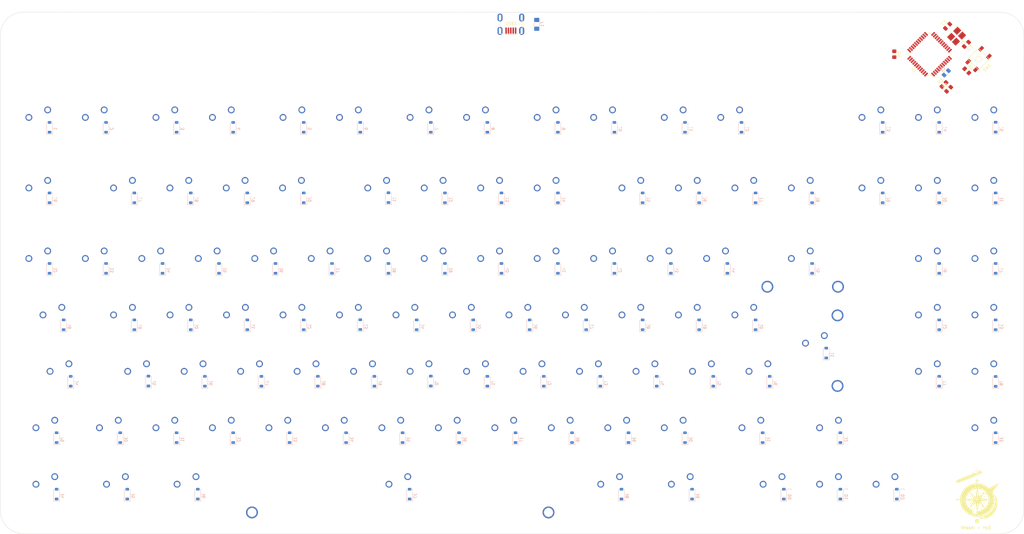
<source format=kicad_pcb>
(kicad_pcb (version 20221018) (generator pcbnew)
  (layers (0 "F.Cu" signal) (31 "B.Cu" signal) (34 "B.Paste" user) (35 "F.Paste" user) (36 "B.SilkS" user "B.Silkscreen") (37 "F.SilkS" user "F.Silkscreen") (38 "B.Mask" user) (39 "F.Mask" user) (44 "Edge.Cuts" user))
  (net 0 "")
  (net 1 "GND")
  (net 2 "Net-(D1-A)")
  (net 3 "Net-(D2-A)")
  (net 4 "Net-(D3-A)")
  (net 5 "Net-(D4-A)")
  (net 6 "Net-(D5-A)")
  (net 7 "Net-(D6-A)")
  (net 8 "Net-(D7-A)")
  (net 9 "Net-(D8-A)")
  (net 10 "Net-(D9-A)")
  (net 11 "Net-(D10-A)")
  (net 12 "Net-(D11-A)")
  (net 13 "Net-(D12-A)")
  (net 14 "Net-(D13-A)")
  (net 15 "Net-(D14-A)")
  (net 16 "Net-(D15-A)")
  (net 17 "Net-(U1-XTAL1)")
  (net 18 "Net-(D16-A)")
  (net 19 "Net-(D17-A)")
  (net 20 "Net-(D18-A)")
  (net 21 "Net-(D19-A)")
  (net 22 "Net-(D20-A)")
  (net 23 "Net-(D21-A)")
  (net 24 "Net-(D22-A)")
  (net 25 "Net-(D23-A)")
  (net 26 "Net-(D24-A)")
  (net 27 "Net-(D25-A)")
  (net 28 "Net-(D26-A)")
  (net 29 "Net-(D27-A)")
  (net 30 "Net-(D28-A)")
  (net 31 "Net-(D29-A)")
  (net 32 "Net-(D30-A)")
  (net 33 "Net-(D31-A)")
  (net 34 "Net-(U1-UCAP)")
  (net 35 "Net-(D32-A)")
  (net 36 "Net-(D33-A)")
  (net 37 "Net-(D34-A)")
  (net 38 "Net-(D35-A)")
  (net 39 "Net-(D36-A)")
  (net 40 "Net-(D37-A)")
  (net 41 "Net-(D38-A)")
  (net 42 "Net-(D39-A)")
  (net 43 "Net-(D40-A)")
  (net 44 "Net-(D41-A)")
  (net 45 "Net-(D42-A)")
  (net 46 "Net-(D43-A)")
  (net 47 "Net-(D44-A)")
  (net 48 "Net-(D45-A)")
  (net 49 "Net-(D46-A)")
  (net 50 "Net-(D47-A)")
  (net 51 "Net-(U1-XTAL2)")
  (net 52 "Net-(D48-A)")
  (net 53 "Net-(D49-A)")
  (net 54 "Net-(D50-A)")
  (net 55 "Net-(D51-A)")
  (net 56 "Net-(D52-A)")
  (net 57 "Net-(D53-A)")
  (net 58 "Net-(D54-A)")
  (net 59 "Net-(D55-A)")
  (net 60 "Net-(D56-A)")
  (net 61 "Net-(D57-A)")
  (net 62 "Net-(D58-A)")
  (net 63 "Net-(D59-A)")
  (net 64 "Net-(D60-A)")
  (net 65 "Net-(D61-A)")
  (net 66 "Net-(D62-A)")
  (net 67 "Net-(D63-A)")
  (net 68 "ROW0")
  (net 69 "Net-(D64-A)")
  (net 70 "Net-(D65-A)")
  (net 71 "Net-(D66-A)")
  (net 72 "Net-(D67-A)")
  (net 73 "Net-(D68-A)")
  (net 74 "Net-(D69-A)")
  (net 75 "Net-(D70-A)")
  (net 76 "Net-(D71-A)")
  (net 77 "Net-(D72-A)")
  (net 78 "Net-(D73-A)")
  (net 79 "Net-(D74-A)")
  (net 80 "Net-(D75-A)")
  (net 81 "Net-(D76-A)")
  (net 82 "Net-(D77-A)")
  (net 83 "Net-(D78-A)")
  (net 84 "ROW1")
  (net 85 "Net-(D79-A)")
  (net 86 "Net-(D80-A)")
  (net 87 "Net-(D81-A)")
  (net 88 "Net-(D82-A)")
  (net 89 "Net-(D83-A)")
  (net 90 "Net-(D84-A)")
  (net 91 "Net-(D85-A)")
  (net 92 "Net-(D86-A)")
  (net 93 "Net-(D87-A)")
  (net 94 "Net-(D88-A)")
  (net 95 "Net-(D89-A)")
  (net 96 "Net-(D90-A)")
  (net 97 "Net-(D91-A)")
  (net 98 "Net-(D92-A)")
  (net 99 "Net-(D93-A)")
  (net 100 "ROW2")
  (net 101 "Net-(D94-A)")
  (net 102 "Net-(D95-A)")
  (net 103 "Net-(D96-A)")
  (net 104 "Net-(D97-A)")
  (net 105 "Net-(D98-A)")
  (net 106 "Net-(D99-A)")
  (net 107 "Net-(D100-A)")
  (net 108 "Net-(D101-A)")
  (net 109 "Net-(D102-A)")
  (net 110 "ROW3")
  (net 111 "ROW4")
  (net 112 "ROW5")
  (net 113 "ROW6")
  (net 114 "VCC")
  (net 115 "+5V")
  (net 116 "COL0")
  (net 117 "COL1")
  (net 118 "COL2")
  (net 119 "COL3")
  (net 120 "COL4")
  (net 121 "COL5")
  (net 122 "COL6")
  (net 123 "COL7")
  (net 124 "COL9")
  (net 125 "COL10")
  (net 126 "COL11")
  (net 128 "COL12")
  (net 129 "COL14")
  (net 130 "COL15")
  (net 131 "COL16")
  (net 132 "COL8")
  (net 133 "COL13")
  (net 134 "D+")
  (net 135 "Net-(U1-D+)")
  (net 136 "D-")
  (net 137 "Net-(U1-D-)")
  (net 138 "Net-(U1-~{RESET})")
  (net 139 "Net-(U1-~{HWB}{slash}PE2)")
  (footprint "PCM_marbastlib-mx:SW_MX_1u" (layer "F.Cu") (at 300.0375 190.5)
    (fp_text reference "MX89" hide)
    (fp_text value "MX_SW_solder" hide)
  )
  (footprint "PCM_marbastlib-mx:SW_MX_1u" (layer "F.Cu") (at 204.7875 190.5)
    (fp_text reference "MX84" hide)
    (fp_text value "MX_SW_solder" hide)
  )
  (footprint "PCM_marbastlib-mx:SW_MX_1u" (layer "F.Cu") (at 423.8625 85.725)
    (fp_text reference "MX15" hide)
    (fp_text value "MX_SW_solder" hide)
  )
  (footprint "PCM_marbastlib-mx:SW_MX_1u" (layer "F.Cu") (at 233.3625 85.725)
    (fp_text reference "MX7" hide)
    (fp_text value "MX_SW_solder" hide)
  )
  (footprint "random-keyboard-parts:Molex-0548190589" (layer "F.Cu") (at 263.525 49.475 -90)
    (fp_text reference "USB1")
    (fp_text value "Molex-0548190589")
  )
  (footprint "Capacitor_SMD:C_0805_2012Metric_Pad1.18x1.45mm_HandSolder" (layer "F.Cu") (at 417.170957 58.512132 -135)
    (fp_text reference "C3")
    (fp_text value "22pF")
  )
  (footprint "PCM_marbastlib-mx:SW_MX_1u" (layer "F.Cu") (at 252.4125 171.45)
    (fp_text reference "MX71" hide)
    (fp_text value "MX_SW_solder" hide)
  )
  (footprint "PCM_marbastlib-mx:SW_MX_1u" (layer "F.Cu") (at 280.9875 190.5)
    (fp_text reference "MX88" hide)
    (fp_text value "MX_SW_solder" hide)
  )
  (footprint "PCM_marbastlib-mx:STAB_MX_P_2u" (layer "F.Cu") (at 366.7125 161.925 -90)
    (fp_text reference "S2" hide)
    (fp_text value "MX_stab")
  )
  (footprint "PCM_marbastlib-mx:SW_MX_1u" (layer "F.Cu") (at 366.7125 161.925)
    (fp_text reference "MX61" hide)
    (fp_text value "MX_SW_solder" hide)
  )
  (footprint "PCM_marbastlib-mx:SW_MX_1u" (layer "F.Cu") (at 423.8625 109.5375)
    (fp_text reference "MX31" hide)
    (fp_text value "MX_SW_solder" hide)
  )
  (footprint "PCM_marbastlib-mx:SW_MX_1u" (layer "F.Cu") (at 304.8 152.4)
    (fp_text reference "MX58" hide)
    (fp_text value "MX_SW_solder" hide)
  )
  (footprint "PCM_marbastlib-mx:SW_MX_1u" (layer "F.Cu") (at 404.8125 152.4)
    (fp_text reference "MX62" hide)
    (fp_text value "MX_SW_solder" hide)
  )
  (footprint "Resistor_SMD:R_0805_2012Metric_Pad1.20x1.40mm_HandSolder" (layer "F.Cu") (at 417.284435 67.46875 -45)
    (fp_text reference "R4")
    (fp_text value "10k")
  )
  (footprint "PCM_marbastlib-mx:SW_MX_1u" (layer "F.Cu") (at 371.475 190.5)
    (fp_text reference "MX92" hide)
    (fp_text value "MX_SW_solder" hide)
  )
  (footprint "PCM_marbastlib-mx:SW_MX_1u" (layer "F.Cu") (at 290.5125 171.45)
    (fp_text reference "MX73" hide)
    (fp_text value "MX_SW_solder" hide)
  )
  (footprint "PCM_marbastlib-mx:SW_MX_1u" (layer "F.Cu") (at 176.2125 171.45)
    (fp_text reference "MX67" hide)
    (fp_text value "MX_SW_solder" hide)
  )
  (footprint "PCM_marbastlib-mx:SW_MX_1u" (layer "F.Cu") (at 157.1625 171.45)
    (fp_text reference "MX66" hide)
    (fp_text value "MX_SW_solder" hide)
  )
  (footprint "PCM_marbastlib-mx:SW_MX_1u" (layer "F.Cu") (at 209.55 85.725)
    (fp_text reference "MX6" hide)
    (fp_text value "MX_SW_solder" hide)
  )
  (footprint "PCM_marbastlib-mx:SW_MX_1u" (layer "F.Cu") (at 323.85 109.5375)
    (fp_text reference "MX26" hide)
    (fp_text value "MX_SW_solder" hide)
  )
  (footprint "PCM_marbastlib-mx:SW_MX_1u" (layer "F.Cu") (at 133.35 109.5375)
    (fp_text reference "MX17" hide)
    (fp_text value "MX_SW_solder" hide)
  )
  (footprint "PCM_marbastlib-mx:SW_MX_1u" (layer "F.Cu") (at 295.275 133.35)
    (fp_text reference "MX42" hide)
    (fp_text value "MX_SW_solder" hide)
  )
  (footprint "PCM_marbastlib-mx:SW_MX_1u" (layer "F.Cu") (at 404.8125 171.45)
    (fp_text reference "MX77" hide)
    (fp_text value "MX_SW_solder" hide)
  )
  (footprint "PCM_marbastlib-mx:SW_MX_1u" (layer "F.Cu") (at 295.275 85.725)
    (fp_text reference "MX10" hide)
    (fp_text value "MX_SW_solder" hide)
  )
  (footprint "PCM_marbastlib-mx:SW_MX_1.25u" (layer "F.Cu") (at 130.96875 209.55)
    (fp_text reference "MX95" hide)
    (fp_text value "MX_SW_solder" hide)
  )
  (footprint "PCM_marbastlib-mx:SW_MX_1u" (layer "F.Cu") (at 328.6125 171.45)
    (fp_text reference "MX75" hide)
    (fp_text value "MX_SW_solder" hide)
  )
  (footprint "PCM_marbastlib-mx:SW_MX_1u" (layer "F.Cu") (at 371.475 209.55)
    (fp_text reference "MX101" hide)
    (fp_text value "MX_SW_solder" hide)
  )
  (footprint "PCM_marbastlib-mx:SW_MX_1u" (layer "F.Cu") (at 190.35 109.5375)
    (fp_text reference "MX20" hide)
    (fp_text value "MX_SW_solder" hide)
  )
  (footprint "PCM_marbastlib-mx:SW_MX_1u" (layer "F.Cu") (at 261.9375 190.5)
    (fp_text reference "MX87" hide)
    (fp_text value "MX_SW_solder" hide)
  )
  (footprint "PCM_marbastlib-mx:SW_MX_1u" (layer "F.Cu") (at 276.225 109.5375)
    (fp_text reference "MX24" hide)
    (fp_text value "MX_SW_solder" hide)
  )
  (footprint "PCM_marbastlib-mx:SW_MX_1.25u" (layer "F.Cu") (at 107.15625 209.55)
    (fp_text reference "MX94" hide)
    (fp_text value "MX_SW_solder" hide)
  )
  (footprint "PCM_marbastlib-mx:SW_MX_1u" (layer "F.Cu") (at 171.45 152.4)
    (fp_text reference "MX51" hide)
    (fp_text value "MX_SW_solder" hide)
  )
  (footprint "PCM_marbastlib-mx:SW_MX_1u" (layer "F.Cu") (at 128.5875 190.5)
    (fp_text reference "MX80" hide)
    (fp_text value "MX_SW_solder" hide)
  )
  (footprint "PCM_marbastlib-mx:SW_MX_1u" (layer "F.Cu") (at 238.125 133.35)
    (fp_text reference "MX39" hide)
    (fp_text value "MX_SW_solder" hide)
  )
  (footprint "PCBPersonalLogos:VesselLogoPCB" (layer "F.Cu") (at 421.48125 210.34375)
    (fp_text reference "?" hide)
    (fp_text value "?" hide)
  )
  (footprint "PCM_marbastlib-mx:SW_MX_1u" (layer "F.Cu") (at 352.425 209.55)
    (fp_text reference "MX100" hide)
    (fp_text value "MX_SW_solder" hide)
  )
  (footprint "PCM_marbastlib-mx:SW_MX_1u" (layer "F.Cu") (at 133.35 152.4)
    (fp_text reference "MX49" hide)
    (fp_text value "MX_SW_solder" hide)
  )
  (footprint "PCM_marbastlib-mx:SW_MX_1u" (layer "F.Cu") (at 142.875 133.35)
    (fp_text reference "MX34" hide)
    (fp_text value "MX_SW_solder" hide)
  )
  (footprint "PCM_marbastlib-mx:SW_MX_1u" (layer "F.Cu") (at 390.525 209.55)
    (fp_text reference "MX102" hide)
    (fp_text value "MX_SW_solder" hide)
  )
  (footprint "PCM_marbastlib-mx:SW_MX_1u" (layer "F.Cu") (at 138.1125 171.45)
    (fp_text reference "MX65" hide)
    (fp_text value "MX_SW_solder" hide)
  )
  (footprint "PCM_marbastlib-mx:SW_MX_1u" (layer "F.Cu") (at 152.35 109.5375)
    (fp_text reference "MX18" hide)
    (fp_text value "MX_SW_solder" hide)
  )
  (footprint "PCM_marbastlib-mx:SW_MX_1u" (layer "F.Cu") (at 104.775 109.5375)
    (fp_text reference "MX16" hide)
    (fp_text value "MX_SW_solder" hide)
  )
  (footprint "PCM_marbastlib-mx:SW_MX_1u" (layer "F.Cu") (at 309.5625 171.45)
    (fp_text reference "MX74" hide)
    (fp_text value "MX_SW_solder" hide)
  )
  (footprint "PCM_marbastlib-mx:SW_MX_1.75u" (layer "F.Cu") (at 345.28125 190.5)
    (fp_text reference "MX91" hide)
    (fp_text value "MX_SW_solder" hide)
  )
  (footprint "PCM_marbastlib-mx:SW_MX_1u" (layer "F.Cu") (at 404.8125 133.35)
    (fp_text reference "MX46" hide)
    (fp_text value "MX_SW_solder" hide)
  )
  (footprint "PCM_marbastlib-mx:SW_MX_1u" (layer "F.Cu") (at 219.075 109.5375)
    (fp_text reference "MX21" hide)
    (fp_text value "MX_SW_solder" hide)
  )
  (footprint "PCM_marbastlib-mx:SW_MX_1u" (layer "F.Cu") (at 319.0875 85.725)
    (fp_text reference "MX11" hide)
    (fp_text value "MX_SW_solder" hide)
  )
  (footprint "PCM_marbastlib-mx:SW_MX_1u" (layer "F.Cu") (at 271.4625 171.45)
    (fp_text reference "MX72" hide)
    (fp_text value "MX_SW_solder" hide)
  )
  (footprint "PCM_marbastlib-mx:SW_MX_1u" (layer "F.Cu") (at 171.35 109.5375)
    (fp_text reference "MX19" hide)
    (fp_text value "MX_SW_solder" hide)
  )
  (footprint "PCM_marbastlib-mx:SW_MX_1u" (layer "F.Cu") (at 304.8 109.5375)
    (fp_text reference "MX25" hide)
    (fp_text value "MX_SW_solder" hide)
  )
  (footprint "PCM_marbastlib-mx:SW_MX_1.75u" (layer "F.Cu") (at 111.91875 171.45)
    (fp_text reference "MX64" hide)
    (fp_text value "MX_SW_solder" hide)
  )
  (footprint "PCM_marbastlib-mx:SW_MX_1u" (layer "F.Cu") (at 333.375 133.35)
    (fp_text reference "MX44" hide)
    (fp_text value "MX_SW_solder" hide)
  )
  (footprint "PCM_marbastlib-mx:SW_MX_1u" (layer "F.Cu") (at 161.925 133.35)
    (fp_text reference "MX35" hide)
    (fp_text value "MX_SW_solder" hide)
  )
  (footprint "PCM_marbastlib-mx:SW_MX_1u" (layer "F.Cu") (at 190.5 85.725)
    (fp_text reference "MX5" hide)
    (fp_text value "MX_SW_solder" hide)
  )
  (footprint "PCM_marbastlib-mx:SW_MX_1.5u" (layer "F.Cu") (at 109.5375 152.4)
    (fp_text reference "MX48" hide)
    (fp_text value "MX_SW_solder" hide)
  )
  (footprint "PCM_marbastlib-mx:STAB_MX_P_2u" (layer "F.Cu") (at 361.95 133.35 180)
    (fp_text reference "S1" hide)
    (fp_text value "MX_stab")
  )
  (footprint "PCM_marbastlib-mx:SW_MX_1u" (layer "F.Cu") (at 361.95 133.35)
    (fp_text reference "MX45" hide)
    (fp_text value "MX_SW_solder" hide)
  )
  (footprint "PCM_marbastlib-mx:SW_MX_1u" (layer "F.Cu") (at 314.325 133.35)
    (fp_text reference "MX43" hide)
    (fp_text value "MX_SW_solder" hide)
  )
  (footprint "PCM_marbastlib-mx:SW_MX_1u" (layer "F.Cu") (at 276.225 133.35)
    (fp_text reference "MX41" hide)
    (fp_text value "MX_SW_solder" hide)
  )
  (footprint "PCM_marbastlib-mx:SW_MX_1u" (layer "F.Cu") (at 223.8375 190.5)
    (fp_text reference "MX85" hide)
    (fp_text value "MX_SW_solder" hide)
  )
  (footprint "PCM_marbastlib-mx:SW_MX_1u" (layer "F.Cu") (at 166.6875 190.5)
    (fp_text reference "MX82" hide)
    (fp_text value "MX_SW_solder" hide)
  )
  (footprint "PCM_marbastlib-mx:SW_MX_1u" (layer "F.Cu") (at 423.8625 171.45)
    (fp_text reference "MX78" hide)
    (fp_text value "MX_SW_solder" hide)
  )
  (footprint "PCM_marbastlib-mx:SW_MX_1u" (layer "F.Cu") (at 226.21875 209.55)
    (fp_text reference "MX97" hide)
    (fp_text value "MX_SW_solder" hide)
  )
  (footprint "PCM_marbastlib-mx:SW_MX_1u" (layer "F.Cu") (at 104.775 133.35)
    (fp_text reference "MX32" hide)
    (fp_text value "MX_SW_solder" hide)
  )
  (footprint "PCM_marbastlib-mx:SW_MX_1u" (layer "F.Cu") (at 147.6375 190.5)
    (fp_text reference "MX81" hide)
    (fp_text value "MX_SW_solder" hide)
  )
  (footprint "PCM_marbastlib-mx:SW_MX_1u" (layer "F.Cu") (at 166.6875 85.725)
    (fp_text reference "MX4" hide)
    (fp_text value "MX_SW_solder" hide)
  )
  (footprint "PCM_marbastlib-mx:SW_MX_1u" (layer "F.Cu") (at 342.9 109.5375)
    (fp_text reference "MX27" hide)
    (fp_text value "MX_SW_solder" hide)
  )
  (footprint "PCM_marbastlib-mx:SW_MX_1u" (layer "F.Cu") (at 209.55 152.4)
    (fp_text reference "MX53" hide)
    (fp_text value "MX_SW_solder" hide)
  )
  (footprint "PCM_marbastlib-mx:SW_MX_1u" (layer "F.Cu") (at 147.6375 85.725)
    (fp_text reference "MX3" hide)
    (fp_text value "MX_SW_solder" hide)
  )
  (footprint "Resistor_SMD:R_0805_2012Metric_Pad1.20x1.40mm_HandSolder" (layer "F.Cu") (at 411.187384 73.670348 45)
    (fp_text reference "R2")
    (fp_text value "22")
  )
  (footprint "PCM_marbastlib-mx:SW_MX_1u" (layer "F.Cu") (at 338.1375 85.725)
    (fp_text reference "MX12" hide)
    (fp_text value "MX_SW_solder" hide)
  )
  (footprint "PCM_marbastlib-mx:SW_MX_1u" (layer "F.Cu") (at 190.5 152.4)
    (fp_text reference "MX52" hide)
    (fp_text value "MX_SW_solder" hide)
  )
  (footprint "PCM_marbastlib-mx:SW_MX_1.25u" (layer "F.Cu") (at 297.65625 209.55)
    (fp_text reference "MX98" hide)
    (fp_text value "MX_SW_solder" hide)
  )
  (footprint "Resistor_SMD:R_0805_2012Metric_Pad1.20x1.40mm_HandSolder" (layer "F.Cu") (at 392.844491 61.850741 -90)
    (fp_text reference "R5")
    (fp_text value "10k")
  )
  (footprint "PCM_marbastlib-mx:SW_MX_1u" (layer "F.Cu") (at 185.7375 190.5)
    (fp_text reference "MX83" hide)
    (fp_text value "MX_SW_solder" hide)
  )
  (footprint "PCM_marbastlib-mx:SW_MX_1u" (layer "F.Cu") (at 423.8625 133.35)
    (fp_text reference "MX47" hide)
    (fp_text value "MX_SW_solder" hide)
  )
  (footprint "PCM_marbastlib-mx:SW_MX_1u" (layer "F.Cu") (at 219.075 133.35)
    (fp_text reference "MX38" hide)
    (fp_text value "MX_SW_solder" hide)
  )
  (footprint "PCM_marbastlib-mx:SW_MX_1u" (layer "F.Cu") (at 200.025 133.35)
    (fp_text reference "MX37" hide)
    (fp_text value "MX_SW_solder" hide)
  )
  (footprint "PCM_marbastlib-mx:SW_MX_1u" (layer "F.Cu") (at 238.125 109.5375)
    (fp_text reference "MX22" hide)
    (fp_text value "MX_SW_solder" hide)
  )
  (footprint "PCM_marbastlib-mx:SW_MX_1u" (layer "F.Cu") (at 404.8125 85.725)
    (fp_text reference "MX14" hide)
    (fp_text value "MX_SW_solder" hide)
  )
  (footprint "PCM_marbastlib-mx:SW_MX_1u" (layer "F.Cu") (at 104.775 85.725)
    (fp_text reference "MX1" hide)
    (fp_text value "MX_SW_solder" hide)
  )
  (footprint "PCM_marbastlib-mx:SW_MX_1u" (layer "F.Cu") (at 385.7625 85.725)
    (fp_text reference "MX13" hide)
    (fp_text value "MX_SW_solder" hide)
  )
  (footprint "PCM_marbastlib-mx:SW_MX_1u" (layer "F.Cu") (at 247.65 152.4)
    (fp_text reference "MX55" hide)
    (fp_text value "MX_SW_solder" hide)
  )
  (footprint "PCM_marbastlib-mx:SW_MX_1u" (layer "F.Cu") (at 423.8625 152.4)
    (fp_text reference "MX63" hide)
    (fp_text value "MX_SW_solder" hide)
  )
  (footprint "PCM_marbastlib-mx:SW_MX_1u" (layer "F.Cu") (at 423.8625 190.5)
    (fp_text reference "MX93" hide)
    (fp_text value "MX_SW_solder" hide)
  )
  (footprint "PCM_marbastlib-mx:SW_MX_1u" (layer "F.Cu") (at 276.225 85.725)
    (fp_text reference "MX9" hide)
    (fp_text value "MX_SW_solder" hide)
  )
  (footprint "PCM_marbastlib-mx:SW_MX_1u" (layer "F.Cu") (at 123.825 133.35)
    (fp_text reference "MX33" hide)
    (fp_text value "MX_SW_solder" hide)
  )
  (footprint "PCM_marbastlib-mx:SW_MX_1u" (layer "F.Cu") (at 285.75 152.4)
    (fp_text reference "MX57" hide)
    (fp_text value "MX_SW_solder" hide)
  )
  (footprint "PCM_marbastlib-mx:SW_MX_1u" (layer "F.Cu") (at 123.825 85.725)
    (fp_text reference "MX2" hide)
    (fp_text value "MX_SW_solder" hide)
  )
  (footprint "PCM_marbastlib-mx:SW_MX_1u" (layer "F.Cu") (at 361.95 109.5375)
    (fp_text reference "MX28" hide)
    (fp_text value "MX_SW_solder" hide)
  )
  (footprint "PCM_marbastlib-mx:SW_MX_1u" (layer "F.Cu") (at 233.3625 171.45)
    (fp_text reference "MX70" hide)
    (fp_text value "MX_SW_solder" hide)
  )
  (footprint "random-keyboard-parts:SKQG-1155865" (layer "F.Cu") (at 421.253185 63.5 45)
    (fp_text reference "SW1")
    (fp_text value "SW_Push")
  )
  (footprint "PCM_marbastlib-mx:SW_MX_1u" (layer "F.Cu") (at 257.175 133.35)
    (fp_text reference "MX40" hide)
    (fp_text value "MX_SW_solder" hide)
  )
  (footprint "Crystal:Crystal_SMD_3225-4Pin_3.2x2.5mm_HandSoldering" (layer "F.Cu") (at 413.858457 55.774632 -135)
    (fp_text reference "Y1")
    (fp_text value "16MHz")
  )
  (footprint "Package_QFP:TQFP-44_10x10mm_P0.8mm" (layer "F.Cu") (at 404.750741 61.850741 135)
    (fp_text reference "U1")
    (fp_text value "ATmega32U4-A")
  )
  (footprint "PCM_marbastlib-mx:SW_MX_1u" (layer "F.Cu") (at 257.175 109.5375)
    (fp_text reference "MX23" hide)
    (fp_text value "MX_SW_solder" hide)
  )
  (footprint "PCM_marbastlib-mx:SW_MX_1u" (layer "F.Cu") (at 266.7 152.4)
    (fp_text reference "MX56" hide)
    (fp_text value "MX_SW_solder" hide)
  )
  (footprint "PCM_marbastlib-mx:SW_MX_1u" (layer "F.Cu") (at 404.8125 109.5375)
    (fp_text reference "MX30" hide)
    (fp_text value "MX_SW_solder" hide)
  )
  (footprint "PCM_marbastlib-mx:SW_MX_1u" (layer "F.Cu") (at 214.3125 171.45)
    (fp_text reference "MX69" hide)
    (fp_text value "MX_SW_solder" hide)
  )
  (footprint "PCM_marbastlib-mx:SW_MX_1u" (layer "F.Cu") (at 152.4 152.4)
    (fp_text reference "MX50" hide)
    (fp_text value "MX_SW_solder" hide)
  )
  (footprint "PCM_marbastlib-mx:SW_MX_1u" (layer "F.Cu") (at 323.85 152.4)
    (fp_text reference "MX59" hide)
    (fp_text value "MX_SW_solder" hide)
  )
  (footprint "PCM_marbastlib-mx:SW_MX_1.25u" (layer "F.Cu") (at 154.78125 209.55)
    (fp_text reference "MX96" hide)
    (fp_text value "MX_SW_solder" hide)
  )
  (footprint "PCM_marbastlib-mx:SW_MX_1u" (layer "F.Cu") (at 347.6625 171.45)
    (fp_text reference "MX76" hide)
    (fp_text value "MX_SW_solder" hide)
  )
  (footprint "PCM_marbastlib-mx:STAB_MX_P_6.25u" (layer "F.Cu") (at 226.21875 209.55 180)
    (fp_text reference "S3" hide)
    (fp_text value "MX_stab")
  )
  (footprint "PCM_marbastlib-mx:SW_MX_1u" (layer "F.Cu") (at 180.975 133.35)
    (fp_text reference "MX36" hide)
    (fp_text value "MX_SW_solder" hide)
  )
  (footprint "PCM_marbastlib-mx:SW_MX_1u" (layer "F.Cu") (at 342.9 152.4)
    (fp_text reference "MX60" hide)
    (fp_text value "MX_SW_solder" hide)
  )
  (footprint "Capacitor_SMD:C_0805_2012Metric_Pad1.18x1.45mm_HandSolder" (layer "F.Cu") (at 410.820957 52.405882 45)
    (fp_text reference "C1")
    (fp_text value "22pF")
  )
  (footprint "Resistor_SMD:R_0805_2012Metric_Pad1.20x1.40mm_HandSolder" (layer "F.Cu") (at 409.599884 72.082848 45)
    (fp_text reference "R3")
    (fp_text value "22")
  )
  (footprint "PCM_marbastlib-mx:SW_MX_1u" (layer "F.Cu") (at 242.8875 190.5)
    (fp_text reference "MX86" hide)
    (fp_text value "MX_SW_solder" hide)
  )
  (footprint "PCM_marbastlib-mx:SW_MX_1.25u" (layer "F.Cu") (at 321.46875 209.55)
    (fp_text reference "MX99" hide)
    (fp_text value "MX_SW_solder" hide)
  )
  (footprint "PCM_marbastlib-mx:SW_MX_1u" (layer "F.Cu") (at 228.6 152.4)
    (fp_text reference "MX54" hide)
    (fp_text value "MX_SW_solder" hide)
  )
  (footprint "PCM_marbastlib-mx:SW_MX_1u" (layer "F.Cu") (at 252.4125 85.725)
    (fp_text reference "MX8" hide)
    (fp_text value "MX_SW_solder" hide)
  )
  (footprint "PCM_marbastlib-mx:SW_MX_1u" (layer "F.Cu") (at 385.7625 109.5375)
    (fp_text reference "MX29" hide)
    (fp_text value "MX_SW_solder" hide)
  )
  (footprint "PCM_marbastlib-mx:SW_MX_1.25u" (layer "F.Cu") (at 107.15625 190.5)
    (fp_text reference "MX79" hide)
    (fp_text value "MX_SW_solder" hide)
  )
  (footprint "PCM_marbastlib-mx:SW_MX_1u" (layer "F.Cu") (at 319.0875 190.5)
    (fp_text reference "MX90" hide)
    (fp_text value "MX_SW_solder" hide)
  )
  (footprint "PCM_marbastlib-mx:SW_MX_1u" (layer "F.Cu") (at 195.2625 171.45)
    (fp_text reference "MX68" hide)
    (fp_text value "MX_SW_solder" hide)
  )
  (footprint "Diode_SMD:D_SOD-123" (layer "B.Cu") (at 317.5 134.14375 90)
    (fp_text reference "D43")
    (fp_text value "D_Small")
  )
  (footprint "Diode_SMD:D_SOD-123" (layer "B.Cu") (at 107.95 134.14375 90)
    (fp_text reference "D32")
    (fp_text value "D_Small")
  )
  (footprint "Diode_SMD:D_SOD-123" (layer "B.Cu") (at 141.2875 172.18125 90)
    (fp_text reference "D65")
    (fp_text value "D_Small")
  )
  (footprint "Diode_SMD:D_SOD-123" (layer "B.Cu") (at 174.625 153.19375 90)
    (fp_text reference "D51")
    (fp_text value "D_Small")
  )
  (footprint "Diode_SMD:D_SOD-123" (layer "B.Cu") (at 300.83125 210.34375 90)
    (fp_text reference "D98")
    (fp_text value "D_Small")
  )
  (footprint "Diode_SMD:D_SOD-123" (layer "B.Cu") (at 157.95625 210.34375 90)
    (fp_text reference "D96")
    (fp_text value "D_Small")
  )
  (footprint "Diode_SMD:D_SOD-123" (layer "B.Cu") (at 150.8125 86.51875 90)
    (fp_text reference "D3")
    (fp_text value "D_Small")
  )
  (footprint "Diode_SMD:D_SOD-123" (layer "B.Cu") (at 131.7625 191.29375 90)
    (fp_text reference "D80")
    (fp_text value "D_Small")
  )
  (footprint "Diode_SMD:D_SOD-123" (layer "B.Cu") (at 250.825 153.19375 90)
    (fp_text reference "D55")
    (fp_text value "D_Small")
  )
  (footprint "Diode_SMD:D_SOD-123" (layer "B.Cu") (at 298.45 86.51875 90)
    (fp_text reference "D10")
    (fp_text value "D_Small")
  )
  (footprint "Diode_SMD:D_SOD-123" (layer "B.Cu") (at 388.9375 86.51875 90)
    (fp_text reference "D13")
    (fp_text value "D_Small")
  )
  (footprint "Diode_SMD:D_SOD-123" (layer "B.Cu") (at 155.575 110.33125 90)
    (fp_text reference "D18")
    (fp_text value "D_Small")
  )
  (footprint "Diode_SMD:D_SOD-123" (layer "B.Cu") (at 155.575 153.19375 90)
    (fp_text reference "D50")
    (fp_text value "D_Small")
  )
  (footprint "Diode_SMD:D_SOD-123" (layer "B.Cu") (at 227.0125 191.29375 90)
    (fp_text reference "D85")
    (fp_text value "D_Small")
  )
  (footprint "Diode_SMD:D_SOD-123" (layer "B.Cu") (at 231.775 153.19375 90)
    (fp_text reference "D54")
    (fp_text value "D_Small")
  )
  (footprint "Diode_SMD:D_SOD-123" (layer "B.Cu") (at 365.125 134.14375 90)
    (fp_text reference "D45")
    (fp_text value "D_Small")
  )
  (footprint "Diode_SMD:D_SOD-123" (layer "B.Cu") (at 260.35 134.14375 90)
    (fp_text reference "D40")
    (fp_text value "D_Small")
  )
  (footprint "Diode_SMD:D_SOD-123" (layer "B.Cu") (at 188.9125 191.29375 90)
    (fp_text reference "D83")
    (fp_text value "D_Small")
  )
  (footprint "Diode_SMD:D_SOD-123" (layer "B.Cu") (at 212.725 86.51875 90)
    (fp_text reference "D6")
    (fp_text value "D_Small")
  )
  (footprint "Diode_SMD:D_SOD-123" (layer "B.Cu") (at 165.1 134.14375 90)
    (fp_text reference "D35")
    (fp_text value "D_Small")
  )
  (footprint "Diode_SMD:D_SOD-123" (layer "B.Cu") (at 115.09375 172.24375 90)
    (fp_text reference "D64")
    (fp_text value "D_Small")
  )
  (footprint "Diode_SMD:D_SOD-123" (layer "B.Cu") (at 107.95 86.51875 90)
    (fp_text reference "D1")
    (fp_text value "D_Small")
  )
  (footprint "Diode_SMD:D_SOD-123" (layer "B.Cu") (at 222.25 110.26875 90)
    (fp_text reference "D21")
    (fp_text value "D_Small")
  )
  (footprint "Diode_SMD:D_SOD-123" (layer "B.Cu") (at 374.65 210.34375 90)
    (fp_text reference "D101")
    (fp_text value "D_Small")
  )
  (footprint "Diode_SMD:D_SOD-123" (layer "B.Cu") (at 365.125 110.33125 90)
    (fp_text reference "D28")
    (fp_text value "D_Small")
  )
  (footprint "Diode_SMD:D_SOD-123" (layer "B.Cu") (at 350.8375 172.24375 90)
    (fp_text reference "D76")
    (fp_text value "D_Small")
  )
  (footprint "Diode_SMD:D_SOD-123" (layer "B.Cu") (at 241.3 134.14375 90)
    (fp_text reference "D39")
    (fp_text value "D_Small")
  )
  (footprint "Diode_SMD:D_SOD-123" (layer "B.Cu") (at 174.625 110.33125 90)
    (fp_text reference "D19")
    (fp_text value "D_Small")
  )
  (footprint "Diode_SMD:D_SOD-123" (layer "B.Cu") (at 193.675 110.33125 90)
    (fp_text reference "D20")
    (fp_text value "D_Small")
  )
  (footprint "Diode_SMD:D_SOD-123" (layer "B.Cu") (at 427.0375 172.30625 90)
    (fp_text reference "D78")
    (fp_text value "D_Small")
  )
  (footprint "Diode_SMD:D_SOD-123" (layer "B.Cu") (at 303.2125 191.29375 90)
    (fp_text reference "D89")
    (fp_text value "D_Small")
  )
  (footprint "Diode_SMD:D_SOD-123" (layer "B.Cu") (at 274.6375 172.24375 90)
    (fp_text reference "D72")
    (fp_text value "D_Small")
  )
  (footprint "Fuse:Fuse_1206_3216Metric_Pad1.42x1.75mm_HandSolder" (layer "B.Cu") (at 272.25625 51.75625 90)
    (fp_text reference "F1")
    (fp_text value "500mA")
  )
  (footprint "Diode_SMD:D_SOD-123" (layer "B.Cu") (at 327.025 110.33125 90)
    (fp_text reference "D26")
    (fp_text value "D_Small")
  )
  (footprint "Diode_SMD:D_SOD-123" (layer "B.Cu") (at 212.725 153.13125 90)
    (fp_text reference "D53")
    (fp_text value "D_Small")
  )
  (footprint "Diode_SMD:D_SOD-123" (layer "B.Cu") (at 236.5375 172.18125 90)
    (fp_text reference "D70")
    (fp_text value "D_Small")
  )
  (footprint "Diode_SMD:D_SOD-123" (layer "B.Cu") (at 427.0375 134.14375 90)
    (fp_text reference "D47")
    (fp_text value "D_Small")
  )
  (footprint "Diode_SMD:D_SOD-123" (layer "B.Cu") (at 427.0375 153.19375 90)
    (fp_text reference "D63")
    (fp_text value "D_Small")
  )
  (footprint "Diode_SMD:D_SOD-123" (layer "B.Cu") (at 136.525 153.19375 90)
    (fp_text reference "D49")
    (fp_text value "D_Small")
  )
  (footprint "Diode_SMD:D_SOD-123" (layer "B.Cu") (at 127 86.51875 90)
    (fp_text reference "D2")
    (fp_text value "D_Small")
  )
  (footprint "Diode_SMD:D_SOD-123" (layer "B.Cu") (at 427.0375 86.45625 90)
    (fp_text reference "D15")
    (fp_text value "D_Small")
  )
  (footprint "Diode_SMD:D_SOD-123" (layer "B.Cu") (at 184.15 134.14375 90)
    (fp_text reference "D36")
    (fp_text value "D_Small")
  )
  (footprint "Capacitor_SMD:C_0805_2012Metric_Pad1.18x1.45mm_HandSolder" (layer "B.Cu") (at 410.367118 68.140614 -135)
    (fp_text reference "C2")
    (fp_text value "1uf")
  )
  (footprint "Diode_SMD:D_SOD-123" (layer "B.Cu") (at 222.25 134.14375 90)
    (fp_text reference "D38")
    (fp_text value "D_Small")
  )
  (footprint "Diode_SMD:D_SOD-123" (layer "B.Cu") (at 255.5875 172.24375 90)
    (fp_text reference "D71")
    (fp_text value "D_Small")
  )
  (footprint "Diode_SMD:D_SOD-123" (layer "B.Cu") (at 407.9875 134.14375 90)
    (fp_text reference "D46")
    (fp_text value "D_Small")
  )
  (footprint "Diode_SMD:D_SOD-123" (layer "B.Cu") (at 427.0375 110.33125 90)
    (fp_text reference "D31")
    (fp_text value "D_Small")
  )
  (footprint "Diode_SMD:D_SOD-123" (layer "B.Cu") (at 246.0625 191.29375 90)
    (fp_text reference "D86")
    (fp_text value "D_Small")
  )
  (footprint "Diode_SMD:D_SOD-123" (layer "B.Cu") (at 203.2 134.14375 90)
    (fp_text reference "D37")
    (fp_text value "D_Small")
  )
  (footprint "Diode_SMD:D_SOD-123" (layer "B.Cu") (at 146.05 134.14375 90)
    (fp_text reference "D34")
    (fp_text value "D_Small")
  )
  (footprint "Diode_SMD:D_SOD-123" (layer "B.Cu") (at 193.675 153.19375 90)
    (fp_text reference "D52")
    (fp_text value "D_Small")
  )
  (footprint "Diode_SMD:D_SOD-123" (layer "B.Cu") (at 279.4 110.33125 90)
    (fp_text reference "D24")
    (fp_text value "D_Small")
  )
  (footprint "Diode_SMD:D_SOD-123" (layer "B.Cu") (at 288.925 153.19375 90)
    (fp_text reference "D57")
    (fp_text value "D_Small")
  )
  (footprint "Diode_SMD:D_SOD-123" (layer "B.Cu") (at 355.6 210.34375 90)
    (fp_text reference "D100")
    (fp_text value "D_Small")
  )
  (footprint "Diode_SMD:D_SOD-123" (layer "B.Cu") (at 169.8625 86.51875 90)
    (fp_text reference "D4")
    (fp_text value "D_Small")
  )
  (footprint "Diode_SMD:D_SOD-123" (layer "B.Cu") (at 407.9875 172.24375 90)
    (fp_text reference "D77")
    (fp_text value "D_Small")
  )
  (footprint "Diode_SMD:D_SOD-123" (layer "B.Cu") (at 279.4 134.14375 90)
    (fp_text reference "D41")
    (fp_text value "D_Small")
  )
  (footprint "Diode_SMD:D_SOD-123" (layer "B.Cu") (at 369.8875 162.71875 90)
    (fp_text reference "D61")
    (fp_text value "D_Small")
  )
  (footprint "Diode_SMD:D_SOD-123" (layer "B.Cu") (at 217.4875 172.24375 90)
    (fp_text reference "D69")
    (fp_text value "D_Small")
  )
  (footprint "Diode_SMD:D_SOD-123" (layer "B.Cu") (at 393.7 210.34375 90)
    (fp_text reference "D102")
    (fp_text value "D_Small")
  )
  (footprint "Diode_SMD:D_SOD-123" (layer "B.Cu") (at 198.4375 172.24375 90)
    (fp_text reference "D68")
    (fp_text value "D_Small")
  )
  (footprint "Diode_SMD:D_SOD-123" (layer "B.Cu") (at 324.64375 210.34375 90)
    (fp_text reference "D99")
    (fp_text value "D_Small")
  )
  (footprint "Diode_SMD:D_SOD-123" (layer "B.Cu") (at 160.3375 172.24375 90)
    (fp_text reference "D66")
    (fp_text value "D_Small")
  )
  (footprint "Diode_SMD:D_SOD-123" (layer "B.Cu") (at 346.075 110.33125 90)
    (fp_text reference "D27")
    (fp_text value "D_Small")
  )
  (footprint "Diode_SMD:D_SOD-123" (layer "B.Cu") (at 331.7875 172.24375 90)
    (fp_text reference "D75")
    (fp_text value "D_Small")
  )
  (footprint "Diode_SMD:D_SOD-123" (layer "B.Cu") (at 229.39375 210.34375 90)
    (fp_text reference "D97")
    (fp_text value "D_Small")
  )
  (footprint "Diode_SMD:D_SOD-123" (layer "B.Cu") (at 134.14375 210.34375 90)
    (fp_text reference "D95")
    (fp_text value "D_Small")
  )
  (footprint "Diode_SMD:D_SOD-123" (layer "B.Cu") (at 255.5875 86.51875 90)
    (fp_text reference "D8")
    (fp_text value "D_Small")
  )
  (footprint "Diode_SMD:D_SOD-123" (layer "B.Cu") (at 136.525 110.33125 90)
    (fp_text reference "D17")
    (fp_text value "D_Small")
  )
  (footprint "Diode_SMD:D_SOD-123" (layer "B.Cu") (at 260.35 110.33125 90)
    (fp_text reference "D23")
    (fp_text value "D_Small")
  )
  (footprint "Diode_SMD:D_SOD-123" (layer "B.Cu") (at 127 134.14375 90)
    (fp_text reference "D33")
    (fp_text value "D_Small")
  )
  (footprint "Diode_SMD:D_SOD-123" (layer "B.Cu") (at 322.2625 191.29375 90)
    (fp_text reference "D90")
    (fp_text value "D_Small")
  )
  (footprint "Diode_SMD:D_SOD-123" (layer "B.Cu") (at 307.975 110.33125 90)
    (fp_text reference "D25")
    (fp_text value "D_Small")
  )
  (footprint "Diode_SMD:D_SOD-123" (layer "B.Cu") (at 265.1125 191.29375 90)
    (fp_text reference "D87")
    (fp_text value "D_Small")
  )
  (footprint "Diode_SMD:D_SOD-123" (layer "B.Cu") (at 298.45 134.14375 90)
    (fp_text reference "D42")
    (fp_text value "D_Small")
  )
  (footprint "Diode_SMD:D_SOD-123" (layer "B.Cu") (at 107.95 110.33125 90)
    (fp_text reference "D16")
    (fp_text value "D_Small")
  )
  (footprint "Diode_SMD:D_SOD-123" (layer "B.Cu") (at 388.9375 110.33125 90)
    (fp_text reference "D29")
    (fp_text value "D_Small")
  )
  (footprint "Diode_SMD:D_SOD-123" (layer "B.Cu") (at 284.1625 191.29375 90)
    (fp_text reference "D88")
    (fp_text value "D_Small")
  )
  (footprint "Diode_SMD:D_SOD-123" (layer "B.Cu") (at 322.2625 86.51875 90)
    (fp_text reference "D11")
    (fp_text value "D_Small")
  )
  (footprint "Diode_SMD:D_SOD-123" (layer "B.Cu") (at 112.7125 153.19375 90)
    (fp_text reference "D48")
    (fp_text value "D_Small")
  )
  (footprint "Diode_SMD:D_SOD-123" (layer "B.Cu") (at 269.875 153.19375 90)
    (fp_text reference "D56")
    (fp_text value "D_Small")
  )
  (footprint "Diode_SMD:D_SOD-123" (layer "B.Cu") (at 346.075 153.19375 90)
    (fp_text reference "D60")
    (fp_text value "D_Small")
  )
  (footprint "Diode_SMD:D_SOD-123" (layer "B.Cu") (at 150.8125 191.29375 90)
    (fp_text reference "D81")
    (fp_text value "D_Small")
  )
  (footprint "Diode_SMD:D_SOD-123" (layer "B.Cu") (at 293.6875 172.24375 90)
    (fp_text reference "D73")
    (fp_text value "D_Small")
  )
  (footprint "Diode_SMD:D_SOD-123" (layer "B.Cu") (at 348.45625 191.29375 90)
    (fp_text reference "D91")
    (fp_text value "D_Small")
  )
  (footprint "Diode_SMD:D_SOD-123" (layer "B.Cu") (at 407.9875 110.33125 90)
    (fp_text reference "D30")
    (fp_text value "D_Small")
  )
  (footprint "Diode_SMD:D_SOD-123" (layer "B.Cu") (at 241.3 110.33125 90)
    (fp_text reference "D22")
    (fp_text value "D_Small")
  )
  (footprint "Diode_SMD:D_SOD-123" (layer "B.Cu") (at 236.5375 86.51875 90)
    (fp_text reference "D7")
    (fp_text value "D_Small")
  )
  (footprint "Diode_SMD:D_SOD-123" (layer "B.Cu") (at 312.7375 172.24375 90)
    (fp_text reference "D74")
    (fp_text value "D_Small")
  )
  (footprint "Diode_SMD:D_SOD-123" (layer "B.Cu") (at 193.675 86.51875 90)
    (fp_text reference "D5")
    (fp_text value "D_Small")
  )
  (footprint "Diode_SMD:D_SOD-123" (layer "B.Cu") (at 110.33125 191.29375 90)
    (fp_text reference "D79")
    (fp_text value "D_Small")
  )
  (footprint "Diode_SMD:D_SOD-123" (layer "B.Cu") (at 407.9875 153.19375 90)
    (fp_text reference "D62")
    (fp_text value "D_Small")
  )
  (footprint "Diode_SMD:D_SOD-123" (layer "B.Cu") (at 207.9625 191.29375 90)
    (fp_text reference "D84")
    (fp_text value "D_Small")
  )
  (footprint "Diode_SMD:D_SOD-123" (layer "B.Cu") (at 279.4 86.51875 90)
    (fp_text reference "D9")
    (fp_text value "D_Small")
  )
  (footprint "Diode_SMD:D_SOD-123" (layer "B.Cu") (at 336.55 134.14375 90)
    (fp_text reference "D44")
    (fp_text value "D_Small")
  )
  (footprint "Diode_SMD:D_SOD-123" (layer "B.Cu") (at 374.65 191.29375 90)
    (fp_text reference "D92")
    (fp_text value "D_Small")
  )
  (footprint "Diode_SMD:D_SOD-123" (layer "B.Cu") (at 341.3125 86.51875 90)
    (fp_text reference "D12")
    (fp_text value "D_Small")
  )
  (footprint "Diode_SMD:D_SOD-123" (layer "B.Cu") (at 307.975 153.19375 90)
    (fp_text reference "D58")
    (fp_text value "D_Small")
  )
  (footprint "Diode_SMD:D_SOD-123" (layer "B.Cu") (at 179.3875 172.24375 90)
    (fp_text reference "D67")
    (fp_text value "D_Small")
  )
  (footprint "Diode_SMD:D_SOD-123" (layer "B.Cu") (at 427.0375 191.29375 90)
    (fp_text reference "D93")
    (fp_text value "D_Small")
  )
  (footprint "Diode_SMD:D_SOD-123" (layer "B.Cu") (at 110.33125 210.34375 90)
    (fp_text reference "D94")
    (fp_text value "D_Small")
  )
  (footprint "Diode_SMD:D_SOD-123" (layer "B.Cu") (at 407.9875 86.51875 90)
    (fp_text reference "D14")
    (fp_text value "D_Small")
  )
  (footprint "Diode_SMD:D_SOD-123" (layer "B.Cu") (at 169.8625 191.29375 90)
    (fp_text reference "D82")
    (fp_text value "D_Small")
  )
  (footprint "Diode_SMD:D_SOD-123" (layer "B.Cu") (at 327.025 153.19375 90)
    (fp_text reference "D59")
    (fp_text value "D_Small")
  )
  (gr_arc (start 436.50609 215.84359) (mid 434.18125 221.45625) (end 428.56859 223.78109) (stroke (width 0.1)) (layer "Edge.Cuts"))
  (gr_arc (start 99.27516 223.78109) (mid 93.6625 221.45625) (end 91.33766 215.84359) (stroke (width 0.1)) (layer "Edge.Cuts"))
  (gr_line (start 428.56859 223.78109) (end 99.27516 223.78109) (stroke (width 0.1)) (layer "Edge.Cuts"))
  (gr_line (start 436.50609 215.84359) (end 436.5625 55.61891) (stroke (width 0.1)) (layer "Edge.Cuts"))
  (gr_arc (start 91.28125 55.5625) (mid 93.60609 49.94984) (end 99.21875 47.625) (stroke (width 0.1)) (layer "Edge.Cuts"))
  (gr_line (start 91.28125 55.5625) (end 91.33766 215.84359) (stroke (width 0.1)) (layer "Edge.Cuts"))
  (gr_arc (start 428.625 47.68141) (mid 434.23766 50.00625) (end 436.5625 55.61891) (stroke (width 0.1)) (layer "Edge.Cuts"))
  (gr_line (start 428.625 47.68141) (end 99.21875 47.625) (stroke (width 0.1)) (layer "Edge.Cuts"))
  (gr_text "Vessel - Hy5" (at 415.13125 222.25) (layer "F.SilkS") (effects (font (size 1 1) (thickness 0.2) bold) (justify left bottom)))
)
</source>
